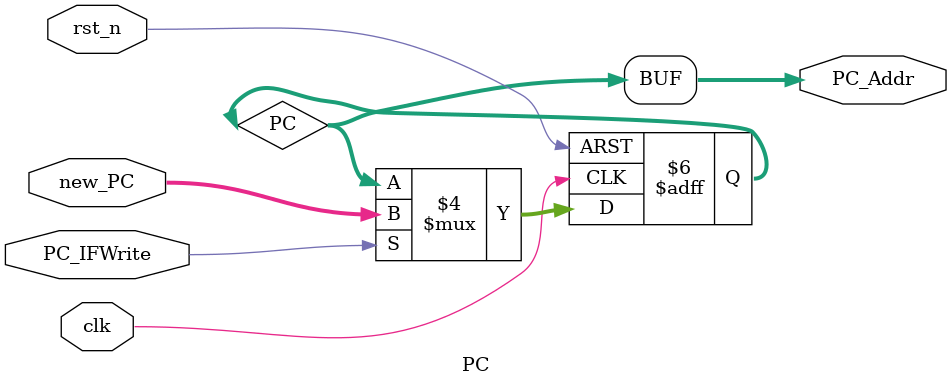
<source format=v>
module PC(
  input         clk,
  input  [31:0] new_PC,
  input         PC_IFWrite,//1:allow to write, 0:forbit to write
  input         rst_n,
  output [31:0] PC_Addr
  );
	reg [31:0] PC;
	
	always@(posedge clk or negedge rst_n)
	begin
	  if (!rst_n)
	    begin
	      PC = 32'h0000_2ff4;
	    end
	  else
	    if (PC_IFWrite)
	    begin
	      PC = new_PC;
	      //$display("PC = %x", PC);
	    end  
	end
	assign PC_Addr = PC;
endmodule
	
	

</source>
